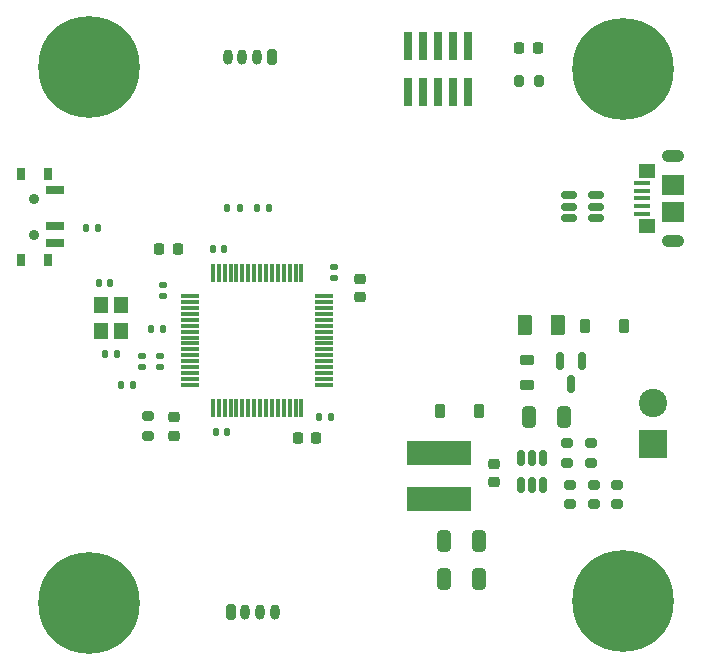
<source format=gbr>
%TF.GenerationSoftware,KiCad,Pcbnew,7.0.5*%
%TF.CreationDate,2023-07-30T01:34:42+05:30*%
%TF.ProjectId,STM32F4_test1,53544d33-3246-4345-9f74-657374312e6b,rev?*%
%TF.SameCoordinates,Original*%
%TF.FileFunction,Soldermask,Top*%
%TF.FilePolarity,Negative*%
%FSLAX46Y46*%
G04 Gerber Fmt 4.6, Leading zero omitted, Abs format (unit mm)*
G04 Created by KiCad (PCBNEW 7.0.5) date 2023-07-30 01:34:42*
%MOMM*%
%LPD*%
G01*
G04 APERTURE LIST*
G04 Aperture macros list*
%AMRoundRect*
0 Rectangle with rounded corners*
0 $1 Rounding radius*
0 $2 $3 $4 $5 $6 $7 $8 $9 X,Y pos of 4 corners*
0 Add a 4 corners polygon primitive as box body*
4,1,4,$2,$3,$4,$5,$6,$7,$8,$9,$2,$3,0*
0 Add four circle primitives for the rounded corners*
1,1,$1+$1,$2,$3*
1,1,$1+$1,$4,$5*
1,1,$1+$1,$6,$7*
1,1,$1+$1,$8,$9*
0 Add four rect primitives between the rounded corners*
20,1,$1+$1,$2,$3,$4,$5,0*
20,1,$1+$1,$4,$5,$6,$7,0*
20,1,$1+$1,$6,$7,$8,$9,0*
20,1,$1+$1,$8,$9,$2,$3,0*%
G04 Aperture macros list end*
%ADD10R,0.740000X2.400000*%
%ADD11RoundRect,0.200000X0.200000X0.450000X-0.200000X0.450000X-0.200000X-0.450000X0.200000X-0.450000X0*%
%ADD12O,0.800000X1.300000*%
%ADD13R,5.500000X2.150000*%
%ADD14RoundRect,0.140000X0.140000X0.170000X-0.140000X0.170000X-0.140000X-0.170000X0.140000X-0.170000X0*%
%ADD15RoundRect,0.250000X0.325000X0.650000X-0.325000X0.650000X-0.325000X-0.650000X0.325000X-0.650000X0*%
%ADD16C,0.900000*%
%ADD17C,8.600000*%
%ADD18RoundRect,0.135000X0.135000X0.185000X-0.135000X0.185000X-0.135000X-0.185000X0.135000X-0.185000X0*%
%ADD19RoundRect,0.218750X0.381250X-0.218750X0.381250X0.218750X-0.381250X0.218750X-0.381250X-0.218750X0*%
%ADD20RoundRect,0.147500X-0.147500X-0.172500X0.147500X-0.172500X0.147500X0.172500X-0.147500X0.172500X0*%
%ADD21RoundRect,0.200000X-0.275000X0.200000X-0.275000X-0.200000X0.275000X-0.200000X0.275000X0.200000X0*%
%ADD22RoundRect,0.150000X0.512500X0.150000X-0.512500X0.150000X-0.512500X-0.150000X0.512500X-0.150000X0*%
%ADD23RoundRect,0.200000X0.275000X-0.200000X0.275000X0.200000X-0.275000X0.200000X-0.275000X-0.200000X0*%
%ADD24RoundRect,0.140000X-0.140000X-0.170000X0.140000X-0.170000X0.140000X0.170000X-0.140000X0.170000X0*%
%ADD25RoundRect,0.218750X0.256250X-0.218750X0.256250X0.218750X-0.256250X0.218750X-0.256250X-0.218750X0*%
%ADD26R,2.400000X2.400000*%
%ADD27C,2.400000*%
%ADD28RoundRect,0.225000X-0.225000X-0.250000X0.225000X-0.250000X0.225000X0.250000X-0.225000X0.250000X0*%
%ADD29R,1.200000X1.400000*%
%ADD30RoundRect,0.218750X0.218750X0.256250X-0.218750X0.256250X-0.218750X-0.256250X0.218750X-0.256250X0*%
%ADD31RoundRect,0.150000X0.150000X-0.512500X0.150000X0.512500X-0.150000X0.512500X-0.150000X-0.512500X0*%
%ADD32RoundRect,0.225000X-0.225000X-0.375000X0.225000X-0.375000X0.225000X0.375000X-0.225000X0.375000X0*%
%ADD33RoundRect,0.140000X0.170000X-0.140000X0.170000X0.140000X-0.170000X0.140000X-0.170000X-0.140000X0*%
%ADD34RoundRect,0.250000X-0.375000X-0.625000X0.375000X-0.625000X0.375000X0.625000X-0.375000X0.625000X0*%
%ADD35RoundRect,0.250000X-0.325000X-0.650000X0.325000X-0.650000X0.325000X0.650000X-0.325000X0.650000X0*%
%ADD36RoundRect,0.075000X-0.700000X-0.075000X0.700000X-0.075000X0.700000X0.075000X-0.700000X0.075000X0*%
%ADD37RoundRect,0.075000X-0.075000X-0.700000X0.075000X-0.700000X0.075000X0.700000X-0.075000X0.700000X0*%
%ADD38RoundRect,0.200000X-0.200000X-0.450000X0.200000X-0.450000X0.200000X0.450000X-0.200000X0.450000X0*%
%ADD39RoundRect,0.225000X0.250000X-0.225000X0.250000X0.225000X-0.250000X0.225000X-0.250000X-0.225000X0*%
%ADD40RoundRect,0.225000X0.225000X0.250000X-0.225000X0.250000X-0.225000X-0.250000X0.225000X-0.250000X0*%
%ADD41R,0.800000X1.000000*%
%ADD42R,1.500000X0.700000*%
%ADD43R,1.400000X0.400000*%
%ADD44O,1.900000X1.050000*%
%ADD45R,1.450000X1.150000*%
%ADD46R,1.900000X1.750000*%
%ADD47RoundRect,0.135000X-0.135000X-0.185000X0.135000X-0.185000X0.135000X0.185000X-0.135000X0.185000X0*%
%ADD48RoundRect,0.150000X-0.150000X0.587500X-0.150000X-0.587500X0.150000X-0.587500X0.150000X0.587500X0*%
%ADD49RoundRect,0.200000X0.200000X0.275000X-0.200000X0.275000X-0.200000X-0.275000X0.200000X-0.275000X0*%
G04 APERTURE END LIST*
D10*
%TO.C,J2*%
X148080000Y-81550000D03*
X148080000Y-85450000D03*
X146810000Y-81550000D03*
X146810000Y-85450000D03*
X145540000Y-81550000D03*
X145540000Y-85450000D03*
X144270000Y-81550000D03*
X144270000Y-85450000D03*
X143000000Y-81550000D03*
X143000000Y-85450000D03*
%TD*%
D11*
%TO.C,J3*%
X131500000Y-82450000D03*
D12*
X130250000Y-82450000D03*
X129000000Y-82450000D03*
X127750000Y-82450000D03*
%TD*%
D13*
%TO.C,L2*%
X145625000Y-116012500D03*
X145625000Y-119862500D03*
%TD*%
D14*
%TO.C,C12*%
X118350000Y-107600000D03*
X117390000Y-107600000D03*
%TD*%
D15*
%TO.C,C15*%
X149050000Y-123437500D03*
X146100000Y-123437500D03*
%TD*%
D14*
%TO.C,C5*%
X127730000Y-114250000D03*
X126770000Y-114250000D03*
%TD*%
D16*
%TO.C,H2*%
X158025000Y-128525000D03*
X158969581Y-126244581D03*
X158969581Y-130805419D03*
X161250000Y-125300000D03*
D17*
X161250000Y-128525000D03*
D16*
X161250000Y-131750000D03*
X163530419Y-126244581D03*
X163530419Y-130805419D03*
X164475000Y-128525000D03*
%TD*%
D18*
%TO.C,R2*%
X122260000Y-105500000D03*
X121240000Y-105500000D03*
%TD*%
D19*
%TO.C,FB1*%
X153125000Y-110250000D03*
X153125000Y-108125000D03*
%TD*%
D20*
%TO.C,L1*%
X118765000Y-110250000D03*
X119735000Y-110250000D03*
%TD*%
D21*
%TO.C,R4*%
X156500000Y-115175000D03*
X156500000Y-116825000D03*
%TD*%
%TO.C,R7*%
X158750000Y-118675000D03*
X158750000Y-120325000D03*
%TD*%
D22*
%TO.C,U2*%
X158937500Y-96087500D03*
X158937500Y-95137500D03*
X158937500Y-94187500D03*
X156662500Y-94187500D03*
X156662500Y-95137500D03*
X156662500Y-96087500D03*
%TD*%
D23*
%TO.C,R8*%
X160750000Y-120325000D03*
X160750000Y-118675000D03*
%TD*%
D15*
%TO.C,C17*%
X149050000Y-126687500D03*
X146100000Y-126687500D03*
%TD*%
D24*
%TO.C,C11*%
X116870000Y-101600000D03*
X117830000Y-101600000D03*
%TD*%
D25*
%TO.C,D1*%
X123250000Y-114550000D03*
X123250000Y-112975000D03*
%TD*%
D26*
%TO.C,J1*%
X163750000Y-115250000D03*
D27*
X163750000Y-111750000D03*
%TD*%
D18*
%TO.C,R9*%
X131270000Y-95225000D03*
X130250000Y-95225000D03*
%TD*%
D28*
%TO.C,C2*%
X133725000Y-114725000D03*
X135275000Y-114725000D03*
%TD*%
D23*
%TO.C,R6*%
X156750000Y-120325000D03*
X156750000Y-118675000D03*
%TD*%
D29*
%TO.C,Y1*%
X117000000Y-103500000D03*
X117000000Y-105700000D03*
X118700000Y-105700000D03*
X118700000Y-103500000D03*
%TD*%
D30*
%TO.C,D4*%
X154037500Y-81750000D03*
X152462500Y-81750000D03*
%TD*%
D31*
%TO.C,MP2359DJ-LF-Z1*%
X152550000Y-118712500D03*
X153500000Y-118712500D03*
X154450000Y-118712500D03*
X154450000Y-116437500D03*
X153500000Y-116437500D03*
X152550000Y-116437500D03*
%TD*%
D32*
%TO.C,D3*%
X158000000Y-105250000D03*
X161300000Y-105250000D03*
%TD*%
D33*
%TO.C,C4*%
X122250000Y-102705000D03*
X122250000Y-101745000D03*
%TD*%
D34*
%TO.C,F1*%
X152950000Y-105187500D03*
X155750000Y-105187500D03*
%TD*%
D33*
%TO.C,C10*%
X122000000Y-108750000D03*
X122000000Y-107790000D03*
%TD*%
%TO.C,C7*%
X136750000Y-101185000D03*
X136750000Y-100225000D03*
%TD*%
D21*
%TO.C,R3*%
X121000000Y-112900000D03*
X121000000Y-114550000D03*
%TD*%
D35*
%TO.C,C13*%
X153275000Y-112937500D03*
X156225000Y-112937500D03*
%TD*%
D16*
%TO.C,H4*%
X112805419Y-128719581D03*
X113750000Y-126439162D03*
X113750000Y-131000000D03*
X116030419Y-125494581D03*
D17*
X116030419Y-128719581D03*
D16*
X116030419Y-131944581D03*
X118310838Y-126439162D03*
X118310838Y-131000000D03*
X119255419Y-128719581D03*
%TD*%
%TO.C,H1*%
X157994581Y-83469581D03*
X158939162Y-81189162D03*
X158939162Y-85750000D03*
X161219581Y-80244581D03*
D17*
X161219581Y-83469581D03*
D16*
X161219581Y-86694581D03*
X163500000Y-81189162D03*
X163500000Y-85750000D03*
X164444581Y-83469581D03*
%TD*%
D24*
%TO.C,C6*%
X135520000Y-112975000D03*
X136480000Y-112975000D03*
%TD*%
D33*
%TO.C,C9*%
X120500000Y-108750000D03*
X120500000Y-107790000D03*
%TD*%
D36*
%TO.C,U1*%
X124575000Y-102725000D03*
X124575000Y-103225000D03*
X124575000Y-103725000D03*
X124575000Y-104225000D03*
X124575000Y-104725000D03*
X124575000Y-105225000D03*
X124575000Y-105725000D03*
X124575000Y-106225000D03*
X124575000Y-106725000D03*
X124575000Y-107225000D03*
X124575000Y-107725000D03*
X124575000Y-108225000D03*
X124575000Y-108725000D03*
X124575000Y-109225000D03*
X124575000Y-109725000D03*
X124575000Y-110225000D03*
D37*
X126500000Y-112150000D03*
X127000000Y-112150000D03*
X127500000Y-112150000D03*
X128000000Y-112150000D03*
X128500000Y-112150000D03*
X129000000Y-112150000D03*
X129500000Y-112150000D03*
X130000000Y-112150000D03*
X130500000Y-112150000D03*
X131000000Y-112150000D03*
X131500000Y-112150000D03*
X132000000Y-112150000D03*
X132500000Y-112150000D03*
X133000000Y-112150000D03*
X133500000Y-112150000D03*
X134000000Y-112150000D03*
D36*
X135925000Y-110225000D03*
X135925000Y-109725000D03*
X135925000Y-109225000D03*
X135925000Y-108725000D03*
X135925000Y-108225000D03*
X135925000Y-107725000D03*
X135925000Y-107225000D03*
X135925000Y-106725000D03*
X135925000Y-106225000D03*
X135925000Y-105725000D03*
X135925000Y-105225000D03*
X135925000Y-104725000D03*
X135925000Y-104225000D03*
X135925000Y-103725000D03*
X135925000Y-103225000D03*
X135925000Y-102725000D03*
D37*
X134000000Y-100800000D03*
X133500000Y-100800000D03*
X133000000Y-100800000D03*
X132500000Y-100800000D03*
X132000000Y-100800000D03*
X131500000Y-100800000D03*
X131000000Y-100800000D03*
X130500000Y-100800000D03*
X130000000Y-100800000D03*
X129500000Y-100800000D03*
X129000000Y-100800000D03*
X128500000Y-100800000D03*
X128000000Y-100800000D03*
X127500000Y-100800000D03*
X127000000Y-100800000D03*
X126500000Y-100800000D03*
%TD*%
D38*
%TO.C,J4*%
X128000000Y-129500000D03*
D12*
X129250000Y-129500000D03*
X130500000Y-129500000D03*
X131750000Y-129500000D03*
%TD*%
D39*
%TO.C,C14*%
X150300000Y-118462500D03*
X150300000Y-116912500D03*
%TD*%
D32*
%TO.C,D2*%
X145750000Y-112437500D03*
X149050000Y-112437500D03*
%TD*%
D39*
%TO.C,C1*%
X139000000Y-102775000D03*
X139000000Y-101225000D03*
%TD*%
D24*
%TO.C,C8*%
X126520000Y-98750000D03*
X127480000Y-98750000D03*
%TD*%
D40*
%TO.C,C3*%
X123525000Y-98725000D03*
X121975000Y-98725000D03*
%TD*%
D41*
%TO.C,SW1*%
X112505000Y-92350000D03*
X110295000Y-92350000D03*
D16*
X111395000Y-94500000D03*
X111395000Y-97500000D03*
D41*
X112505000Y-99650000D03*
X110295000Y-99650000D03*
D42*
X113155000Y-93750000D03*
X113155000Y-96750000D03*
X113155000Y-98250000D03*
%TD*%
D43*
%TO.C,J5*%
X162830000Y-95750000D03*
X162830000Y-95100000D03*
X162830000Y-94450000D03*
X162830000Y-93800000D03*
X162830000Y-93150000D03*
D44*
X165480000Y-98025000D03*
D45*
X163250000Y-96770000D03*
D46*
X165480000Y-95575000D03*
X165480000Y-93325000D03*
D45*
X163250000Y-92130000D03*
D44*
X165480000Y-90875000D03*
%TD*%
D16*
%TO.C,H3*%
X112775000Y-83275000D03*
X113719581Y-80994581D03*
X113719581Y-85555419D03*
X116000000Y-80050000D03*
D17*
X116000000Y-83275000D03*
D16*
X116000000Y-86500000D03*
X118280419Y-80994581D03*
X118280419Y-85555419D03*
X119225000Y-83275000D03*
%TD*%
D47*
%TO.C,R10*%
X127740000Y-95225000D03*
X128760000Y-95225000D03*
%TD*%
D48*
%TO.C,Q1*%
X157762500Y-108250000D03*
X155862500Y-108250000D03*
X156812500Y-110125000D03*
%TD*%
D18*
%TO.C,R1*%
X116760000Y-96975000D03*
X115740000Y-96975000D03*
%TD*%
D23*
%TO.C,R5*%
X158500000Y-116825000D03*
X158500000Y-115175000D03*
%TD*%
D49*
%TO.C,R11*%
X154075000Y-84500000D03*
X152425000Y-84500000D03*
%TD*%
M02*

</source>
